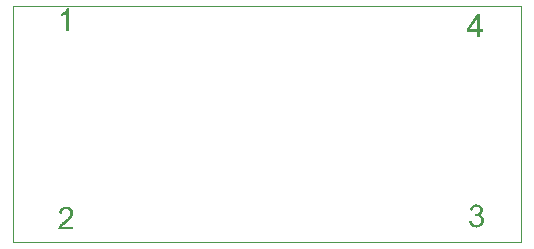
<source format=gm1>
G04*
G04 #@! TF.GenerationSoftware,Altium Limited,Altium Designer,22.10.1 (41)*
G04*
G04 Layer_Color=16711935*
%FSLAX24Y24*%
%MOIN*%
G70*
G04*
G04 #@! TF.SameCoordinates,5266F301-D4F6-43A7-B3E8-B4584DB96D65*
G04*
G04*
G04 #@! TF.FilePolarity,Positive*
G04*
G01*
G75*
%ADD65C,0.0039*%
G36*
X20846Y42478D02*
X20754D01*
Y43069D01*
X20752Y43068D01*
X20747Y43064D01*
X20740Y43057D01*
X20729Y43050D01*
X20717Y43040D01*
X20702Y43029D01*
X20685Y43017D01*
X20665Y43005D01*
X20664D01*
X20663Y43004D01*
X20656Y42999D01*
X20645Y42994D01*
X20632Y42987D01*
X20617Y42980D01*
X20601Y42972D01*
X20584Y42964D01*
X20568Y42958D01*
Y43047D01*
X20569D01*
X20571Y43050D01*
X20575Y43051D01*
X20581Y43054D01*
X20587Y43057D01*
X20595Y43062D01*
X20614Y43073D01*
X20635Y43085D01*
X20657Y43100D01*
X20680Y43117D01*
X20703Y43136D01*
X20704Y43137D01*
X20705Y43138D01*
X20709Y43141D01*
X20713Y43145D01*
X20723Y43156D01*
X20736Y43169D01*
X20749Y43184D01*
X20763Y43202D01*
X20775Y43219D01*
X20786Y43238D01*
X20846D01*
Y42478D01*
D02*
G37*
G36*
X20772Y36622D02*
X20781Y36621D01*
X20792Y36620D01*
X20804Y36618D01*
X20816Y36616D01*
X20844Y36608D01*
X20873Y36597D01*
X20887Y36591D01*
X20901Y36583D01*
X20914Y36573D01*
X20926Y36562D01*
X20927Y36561D01*
X20929Y36560D01*
X20932Y36556D01*
X20936Y36551D01*
X20941Y36546D01*
X20947Y36538D01*
X20952Y36531D01*
X20959Y36521D01*
X20970Y36500D01*
X20981Y36474D01*
X20985Y36461D01*
X20987Y36445D01*
X20990Y36430D01*
X20991Y36414D01*
Y36411D01*
Y36406D01*
X20990Y36397D01*
X20988Y36385D01*
X20986Y36372D01*
X20982Y36357D01*
X20978Y36340D01*
X20971Y36324D01*
X20970Y36322D01*
X20968Y36316D01*
X20963Y36308D01*
X20957Y36296D01*
X20948Y36282D01*
X20937Y36266D01*
X20924Y36250D01*
X20909Y36231D01*
X20907Y36229D01*
X20901Y36222D01*
X20896Y36217D01*
X20890Y36211D01*
X20884Y36205D01*
X20875Y36196D01*
X20866Y36187D01*
X20855Y36177D01*
X20844Y36167D01*
X20831Y36155D01*
X20817Y36142D01*
X20802Y36128D01*
X20784Y36114D01*
X20767Y36099D01*
X20766Y36098D01*
X20763Y36095D01*
X20759Y36092D01*
X20753Y36088D01*
X20747Y36081D01*
X20739Y36075D01*
X20722Y36061D01*
X20703Y36044D01*
X20686Y36028D01*
X20670Y36014D01*
X20664Y36008D01*
X20658Y36003D01*
X20657Y36002D01*
X20654Y35998D01*
X20650Y35994D01*
X20644Y35987D01*
X20639Y35980D01*
X20632Y35972D01*
X20619Y35953D01*
X20992D01*
Y35864D01*
X20490D01*
Y35865D01*
Y35869D01*
Y35876D01*
X20491Y35885D01*
X20492Y35894D01*
X20494Y35905D01*
X20497Y35916D01*
X20501Y35928D01*
Y35929D01*
X20502Y35930D01*
X20504Y35937D01*
X20509Y35947D01*
X20515Y35960D01*
X20524Y35975D01*
X20535Y35993D01*
X20547Y36010D01*
X20562Y36029D01*
Y36030D01*
X20564Y36031D01*
X20570Y36038D01*
X20580Y36047D01*
X20594Y36062D01*
X20610Y36078D01*
X20631Y36098D01*
X20656Y36120D01*
X20684Y36142D01*
X20685Y36144D01*
X20689Y36147D01*
X20696Y36152D01*
X20703Y36159D01*
X20713Y36168D01*
X20725Y36177D01*
X20737Y36188D01*
X20751Y36200D01*
X20779Y36227D01*
X20806Y36253D01*
X20819Y36266D01*
X20831Y36279D01*
X20842Y36291D01*
X20851Y36303D01*
Y36304D01*
X20853Y36305D01*
X20855Y36309D01*
X20857Y36313D01*
X20865Y36325D01*
X20874Y36339D01*
X20881Y36357D01*
X20889Y36375D01*
X20893Y36396D01*
X20896Y36416D01*
Y36417D01*
Y36418D01*
X20894Y36424D01*
X20893Y36435D01*
X20890Y36447D01*
X20886Y36463D01*
X20878Y36478D01*
X20868Y36493D01*
X20855Y36509D01*
X20853Y36511D01*
X20847Y36515D01*
X20840Y36521D01*
X20828Y36528D01*
X20813Y36535D01*
X20795Y36541D01*
X20774Y36546D01*
X20751Y36547D01*
X20745D01*
X20740Y36546D01*
X20727Y36545D01*
X20712Y36541D01*
X20696Y36537D01*
X20677Y36529D01*
X20659Y36520D01*
X20643Y36506D01*
X20641Y36504D01*
X20637Y36499D01*
X20630Y36490D01*
X20623Y36477D01*
X20616Y36462D01*
X20609Y36442D01*
X20605Y36420D01*
X20603Y36395D01*
X20508Y36405D01*
Y36406D01*
X20509Y36409D01*
Y36415D01*
X20510Y36422D01*
X20512Y36431D01*
X20514Y36441D01*
X20517Y36453D01*
X20521Y36465D01*
X20529Y36491D01*
X20543Y36517D01*
X20550Y36531D01*
X20560Y36544D01*
X20570Y36556D01*
X20581Y36567D01*
X20582Y36568D01*
X20584Y36569D01*
X20587Y36572D01*
X20593Y36575D01*
X20599Y36580D01*
X20607Y36584D01*
X20616Y36590D01*
X20627Y36595D01*
X20639Y36600D01*
X20652Y36606D01*
X20666Y36610D01*
X20681Y36615D01*
X20698Y36618D01*
X20715Y36621D01*
X20734Y36622D01*
X20753Y36623D01*
X20764D01*
X20772Y36622D01*
D02*
G37*
G36*
X34449Y36701D02*
X34463Y36699D01*
X34481Y36696D01*
X34500Y36690D01*
X34520Y36684D01*
X34540Y36675D01*
X34541D01*
X34542Y36674D01*
X34548Y36670D01*
X34558Y36664D01*
X34569Y36656D01*
X34582Y36645D01*
X34595Y36633D01*
X34608Y36619D01*
X34619Y36603D01*
X34620Y36601D01*
X34624Y36595D01*
X34628Y36585D01*
X34634Y36573D01*
X34639Y36559D01*
X34643Y36543D01*
X34647Y36524D01*
X34648Y36505D01*
Y36503D01*
Y36497D01*
X34647Y36488D01*
X34644Y36476D01*
X34641Y36462D01*
X34636Y36446D01*
X34629Y36431D01*
X34620Y36416D01*
X34619Y36414D01*
X34616Y36409D01*
X34609Y36402D01*
X34601Y36393D01*
X34590Y36383D01*
X34577Y36372D01*
X34561Y36362D01*
X34543Y36352D01*
X34544D01*
X34546Y36351D01*
X34549Y36350D01*
X34554Y36349D01*
X34566Y36345D01*
X34581Y36338D01*
X34599Y36329D01*
X34616Y36319D01*
X34632Y36304D01*
X34648Y36288D01*
X34649Y36286D01*
X34653Y36279D01*
X34660Y36268D01*
X34666Y36254D01*
X34673Y36237D01*
X34679Y36216D01*
X34684Y36192D01*
X34685Y36165D01*
Y36164D01*
Y36161D01*
Y36156D01*
X34684Y36149D01*
X34683Y36140D01*
X34681Y36131D01*
X34678Y36120D01*
X34676Y36108D01*
X34667Y36081D01*
X34661Y36067D01*
X34654Y36054D01*
X34646Y36040D01*
X34636Y36026D01*
X34625Y36011D01*
X34612Y35998D01*
X34611Y35997D01*
X34608Y35995D01*
X34604Y35992D01*
X34599Y35987D01*
X34592Y35982D01*
X34583Y35976D01*
X34573Y35970D01*
X34561Y35964D01*
X34549Y35958D01*
X34535Y35951D01*
X34521Y35946D01*
X34505Y35940D01*
X34487Y35936D01*
X34468Y35933D01*
X34450Y35931D01*
X34429Y35929D01*
X34419D01*
X34413Y35931D01*
X34404Y35932D01*
X34394Y35933D01*
X34383Y35935D01*
X34371Y35937D01*
X34345Y35944D01*
X34318Y35955D01*
X34303Y35961D01*
X34290Y35969D01*
X34277Y35979D01*
X34264Y35988D01*
X34263Y35990D01*
X34261Y35992D01*
X34258Y35995D01*
X34254Y35999D01*
X34249Y36005D01*
X34243Y36012D01*
X34237Y36020D01*
X34230Y36030D01*
X34224Y36041D01*
X34217Y36052D01*
X34205Y36078D01*
X34195Y36109D01*
X34192Y36125D01*
X34190Y36143D01*
X34283Y36155D01*
Y36153D01*
X34284Y36151D01*
X34285Y36147D01*
X34286Y36141D01*
X34287Y36135D01*
X34289Y36127D01*
X34295Y36111D01*
X34302Y36091D01*
X34312Y36073D01*
X34323Y36055D01*
X34336Y36040D01*
X34338Y36039D01*
X34343Y36034D01*
X34352Y36029D01*
X34362Y36023D01*
X34376Y36017D01*
X34392Y36011D01*
X34411Y36007D01*
X34430Y36006D01*
X34437D01*
X34441Y36007D01*
X34453Y36008D01*
X34468Y36011D01*
X34486Y36017D01*
X34505Y36024D01*
X34523Y36035D01*
X34541Y36051D01*
X34543Y36053D01*
X34548Y36059D01*
X34555Y36069D01*
X34564Y36082D01*
X34572Y36099D01*
X34579Y36117D01*
X34584Y36139D01*
X34587Y36163D01*
Y36164D01*
Y36167D01*
Y36170D01*
X34585Y36174D01*
X34584Y36186D01*
X34581Y36200D01*
X34577Y36218D01*
X34569Y36235D01*
X34558Y36253D01*
X34544Y36269D01*
X34542Y36272D01*
X34536Y36276D01*
X34527Y36282D01*
X34515Y36290D01*
X34500Y36298D01*
X34482Y36304D01*
X34461Y36309D01*
X34438Y36311D01*
X34428D01*
X34420Y36310D01*
X34411Y36309D01*
X34400Y36306D01*
X34387Y36304D01*
X34372Y36301D01*
X34383Y36383D01*
X34389D01*
X34393Y36382D01*
X34407D01*
X34419Y36384D01*
X34434Y36386D01*
X34450Y36390D01*
X34468Y36395D01*
X34486Y36403D01*
X34505Y36413D01*
X34506D01*
X34507Y36414D01*
X34512Y36418D01*
X34520Y36426D01*
X34529Y36435D01*
X34537Y36450D01*
X34545Y36466D01*
X34550Y36485D01*
X34553Y36496D01*
Y36508D01*
Y36509D01*
Y36510D01*
Y36516D01*
X34550Y36525D01*
X34548Y36537D01*
X34544Y36550D01*
X34538Y36564D01*
X34530Y36579D01*
X34518Y36592D01*
X34517Y36593D01*
X34511Y36597D01*
X34503Y36603D01*
X34494Y36609D01*
X34481Y36615D01*
X34465Y36620D01*
X34448Y36625D01*
X34428Y36626D01*
X34419D01*
X34409Y36623D01*
X34396Y36621D01*
X34382Y36617D01*
X34368Y36611D01*
X34353Y36603D01*
X34338Y36592D01*
X34337Y36591D01*
X34333Y36585D01*
X34326Y36578D01*
X34319Y36567D01*
X34311Y36552D01*
X34303Y36535D01*
X34297Y36514D01*
X34293Y36490D01*
X34200Y36507D01*
Y36508D01*
X34201Y36511D01*
X34202Y36515D01*
X34203Y36522D01*
X34205Y36529D01*
X34208Y36538D01*
X34215Y36559D01*
X34226Y36583D01*
X34239Y36607D01*
X34255Y36630D01*
X34276Y36651D01*
X34277Y36652D01*
X34279Y36653D01*
X34283Y36655D01*
X34287Y36658D01*
X34293Y36663D01*
X34300Y36667D01*
X34308Y36672D01*
X34318Y36677D01*
X34340Y36686D01*
X34365Y36695D01*
X34394Y36700D01*
X34409Y36702D01*
X34437D01*
X34449Y36701D01*
D02*
G37*
G36*
X34533Y42548D02*
X34636D01*
Y42463D01*
X34533D01*
Y42281D01*
X34440D01*
Y42463D01*
X34111D01*
Y42548D01*
X34458Y43037D01*
X34533D01*
Y42548D01*
D02*
G37*
%LPC*%
G36*
X34440Y42887D02*
X34202Y42548D01*
X34440D01*
Y42887D01*
D02*
G37*
%LPD*%
D65*
X18993Y35431D02*
X35922D01*
X18993D02*
X18993Y43305D01*
X35922Y43305D01*
Y35431D02*
Y43305D01*
M02*

</source>
